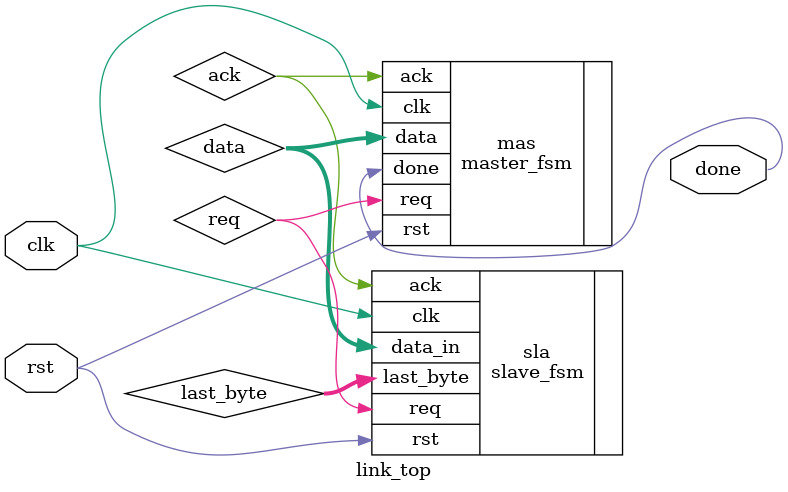
<source format=v>
`timescale 1ns / 1ps

module link_top(
    input clk,
    input rst,
    output done
);

// Internal wires for connecting the two FSMs
wire req;
wire ack;
wire [7:0] data;
wire [7:0] last_byte; // Observable in simulation

// Instantiate the Master FSM
master_fsm mas (
    .clk(clk),
    .rst(rst),
    .ack(ack),
    .req(req),
    .data(data),
    .done(done)
);

// Instantiate the Slave FSM
slave_fsm sla (
    .clk(clk),
    .rst(rst),
    .req(req),
    .data_in(data),
    .ack(ack),
    .last_byte(last_byte)
);

endmodule

</source>
